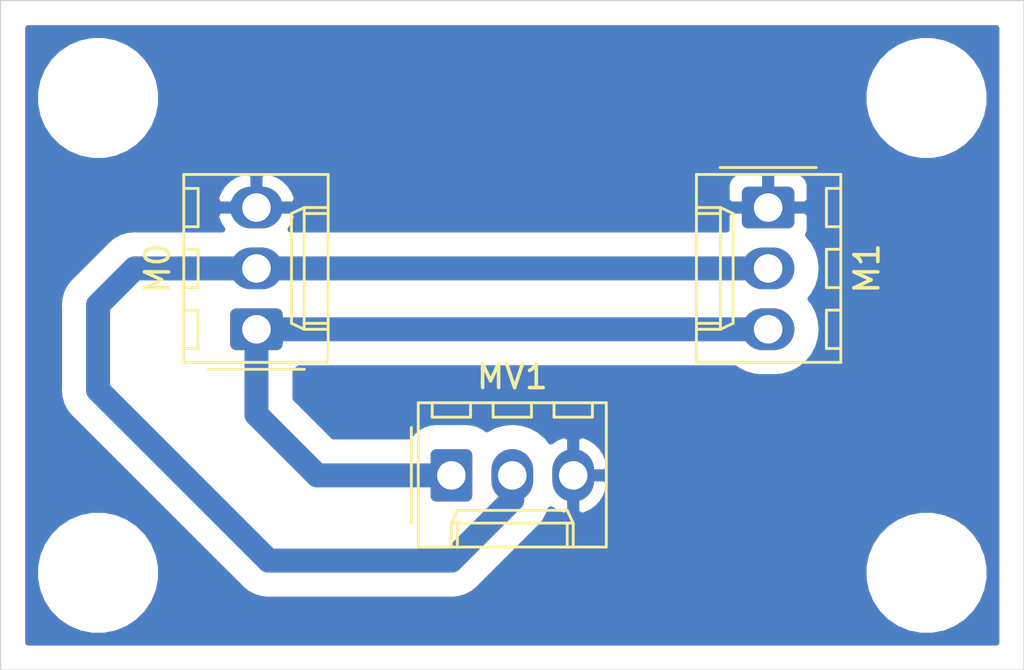
<source format=kicad_pcb>
(kicad_pcb (version 20171130) (host pcbnew "(5.1.7)-1")

  (general
    (thickness 1.6)
    (drawings 4)
    (tracks 12)
    (zones 0)
    (modules 7)
    (nets 4)
  )

  (page A4)
  (layers
    (0 F.Cu signal)
    (31 B.Cu signal)
    (32 B.Adhes user)
    (33 F.Adhes user)
    (34 B.Paste user)
    (35 F.Paste user)
    (36 B.SilkS user)
    (37 F.SilkS user)
    (38 B.Mask user)
    (39 F.Mask user)
    (40 Dwgs.User user)
    (41 Cmts.User user)
    (42 Eco1.User user)
    (43 Eco2.User user)
    (44 Edge.Cuts user)
    (45 Margin user)
    (46 B.CrtYd user)
    (47 F.CrtYd user)
    (48 B.Fab user)
    (49 F.Fab user)
  )

  (setup
    (last_trace_width 1)
    (trace_clearance 0.2)
    (zone_clearance 1)
    (zone_45_only no)
    (trace_min 0.2)
    (via_size 0.8)
    (via_drill 0.4)
    (via_min_size 0.4)
    (via_min_drill 0.3)
    (uvia_size 0.3)
    (uvia_drill 0.1)
    (uvias_allowed no)
    (uvia_min_size 0.2)
    (uvia_min_drill 0.1)
    (edge_width 0.05)
    (segment_width 0.2)
    (pcb_text_width 0.3)
    (pcb_text_size 1.5 1.5)
    (mod_edge_width 0.12)
    (mod_text_size 1 1)
    (mod_text_width 0.15)
    (pad_size 1.524 1.524)
    (pad_drill 0.762)
    (pad_to_mask_clearance 0)
    (aux_axis_origin 0 0)
    (visible_elements FFFFFF7F)
    (pcbplotparams
      (layerselection 0x010fc_ffffffff)
      (usegerberextensions false)
      (usegerberattributes true)
      (usegerberadvancedattributes true)
      (creategerberjobfile true)
      (excludeedgelayer true)
      (linewidth 0.100000)
      (plotframeref false)
      (viasonmask false)
      (mode 1)
      (useauxorigin false)
      (hpglpennumber 1)
      (hpglpenspeed 20)
      (hpglpendiameter 15.000000)
      (psnegative false)
      (psa4output false)
      (plotreference true)
      (plotvalue true)
      (plotinvisibletext false)
      (padsonsilk false)
      (subtractmaskfromsilk false)
      (outputformat 1)
      (mirror false)
      (drillshape 1)
      (scaleselection 1)
      (outputdirectory ""))
  )

  (net 0 "")
  (net 1 GND)
  (net 2 +5V)
  (net 3 MORTOV_PWM)

  (net_class Default "This is the default net class."
    (clearance 0.2)
    (trace_width 1)
    (via_dia 0.8)
    (via_drill 0.4)
    (uvia_dia 0.3)
    (uvia_drill 0.1)
    (add_net +5V)
    (add_net GND)
    (add_net MORTOV_PWM)
  )

  (module Connector_Molex:Molex_KK-254_AE-6410-03A_1x03_P2.54mm_Vertical (layer F.Cu) (tedit 5EA53D3B) (tstamp 5F82D0C4)
    (at 145.796 85.852)
    (descr "Molex KK-254 Interconnect System, old/engineering part number: AE-6410-03A example for new part number: 22-27-2031, 3 Pins (http://www.molex.com/pdm_docs/sd/022272021_sd.pdf), generated with kicad-footprint-generator")
    (tags "connector Molex KK-254 vertical")
    (path /5F920289)
    (fp_text reference MV1 (at 2.54 -4.12) (layer F.SilkS)
      (effects (font (size 1 1) (thickness 0.15)))
    )
    (fp_text value MOTORV (at 2.54 4.08) (layer F.Fab)
      (effects (font (size 1 1) (thickness 0.15)))
    )
    (fp_text user %R (at 2.54 -2.032) (layer F.Fab)
      (effects (font (size 1 1) (thickness 0.15)))
    )
    (fp_line (start -1.27 -2.92) (end -1.27 2.88) (layer F.Fab) (width 0.1))
    (fp_line (start -1.27 2.88) (end 6.35 2.88) (layer F.Fab) (width 0.1))
    (fp_line (start 6.35 2.88) (end 6.35 -2.92) (layer F.Fab) (width 0.1))
    (fp_line (start 6.35 -2.92) (end -1.27 -2.92) (layer F.Fab) (width 0.1))
    (fp_line (start -1.38 -3.03) (end -1.38 2.99) (layer F.SilkS) (width 0.12))
    (fp_line (start -1.38 2.99) (end 6.46 2.99) (layer F.SilkS) (width 0.12))
    (fp_line (start 6.46 2.99) (end 6.46 -3.03) (layer F.SilkS) (width 0.12))
    (fp_line (start 6.46 -3.03) (end -1.38 -3.03) (layer F.SilkS) (width 0.12))
    (fp_line (start -1.67 -2) (end -1.67 2) (layer F.SilkS) (width 0.12))
    (fp_line (start -1.27 -0.5) (end -0.562893 0) (layer F.Fab) (width 0.1))
    (fp_line (start -0.562893 0) (end -1.27 0.5) (layer F.Fab) (width 0.1))
    (fp_line (start 0 2.99) (end 0 1.99) (layer F.SilkS) (width 0.12))
    (fp_line (start 0 1.99) (end 5.08 1.99) (layer F.SilkS) (width 0.12))
    (fp_line (start 5.08 1.99) (end 5.08 2.99) (layer F.SilkS) (width 0.12))
    (fp_line (start 0 1.99) (end 0.25 1.46) (layer F.SilkS) (width 0.12))
    (fp_line (start 0.25 1.46) (end 4.83 1.46) (layer F.SilkS) (width 0.12))
    (fp_line (start 4.83 1.46) (end 5.08 1.99) (layer F.SilkS) (width 0.12))
    (fp_line (start 0.25 2.99) (end 0.25 1.99) (layer F.SilkS) (width 0.12))
    (fp_line (start 4.83 2.99) (end 4.83 1.99) (layer F.SilkS) (width 0.12))
    (fp_line (start -0.8 -3.03) (end -0.8 -2.43) (layer F.SilkS) (width 0.12))
    (fp_line (start -0.8 -2.43) (end 0.8 -2.43) (layer F.SilkS) (width 0.12))
    (fp_line (start 0.8 -2.43) (end 0.8 -3.03) (layer F.SilkS) (width 0.12))
    (fp_line (start 1.74 -3.03) (end 1.74 -2.43) (layer F.SilkS) (width 0.12))
    (fp_line (start 1.74 -2.43) (end 3.34 -2.43) (layer F.SilkS) (width 0.12))
    (fp_line (start 3.34 -2.43) (end 3.34 -3.03) (layer F.SilkS) (width 0.12))
    (fp_line (start 4.28 -3.03) (end 4.28 -2.43) (layer F.SilkS) (width 0.12))
    (fp_line (start 4.28 -2.43) (end 5.88 -2.43) (layer F.SilkS) (width 0.12))
    (fp_line (start 5.88 -2.43) (end 5.88 -3.03) (layer F.SilkS) (width 0.12))
    (fp_line (start -1.77 -3.42) (end -1.77 3.38) (layer F.CrtYd) (width 0.05))
    (fp_line (start -1.77 3.38) (end 6.85 3.38) (layer F.CrtYd) (width 0.05))
    (fp_line (start 6.85 3.38) (end 6.85 -3.42) (layer F.CrtYd) (width 0.05))
    (fp_line (start 6.85 -3.42) (end -1.77 -3.42) (layer F.CrtYd) (width 0.05))
    (pad 3 thru_hole oval (at 5.08 0) (size 1.74 2.19) (drill 1.19) (layers *.Cu *.Mask)
      (net 1 GND))
    (pad 2 thru_hole oval (at 2.54 0) (size 1.74 2.19) (drill 1.19) (layers *.Cu *.Mask)
      (net 2 +5V))
    (pad 1 thru_hole roundrect (at 0 0) (size 1.74 2.19) (drill 1.19) (layers *.Cu *.Mask) (roundrect_rratio 0.143678)
      (net 3 MORTOV_PWM))
    (model ${KISYS3DMOD}/Connector_Molex.3dshapes/Molex_KK-254_AE-6410-03A_1x03_P2.54mm_Vertical.wrl
      (at (xyz 0 0 0))
      (scale (xyz 1 1 1))
      (rotate (xyz 0 0 0))
    )
  )

  (module Connector_Molex:Molex_KK-254_AE-6410-03A_1x03_P2.54mm_Vertical (layer F.Cu) (tedit 5EA53D3B) (tstamp 5F82D09C)
    (at 159.004 74.676 270)
    (descr "Molex KK-254 Interconnect System, old/engineering part number: AE-6410-03A example for new part number: 22-27-2031, 3 Pins (http://www.molex.com/pdm_docs/sd/022272021_sd.pdf), generated with kicad-footprint-generator")
    (tags "connector Molex KK-254 vertical")
    (path /5F9217CD)
    (fp_text reference M1 (at 2.54 -4.12 90) (layer F.SilkS)
      (effects (font (size 1 1) (thickness 0.15)))
    )
    (fp_text value ServoMotor (at 2.54 4.08 90) (layer F.Fab)
      (effects (font (size 1 1) (thickness 0.15)))
    )
    (fp_text user %R (at 2.54 -2.22 90) (layer F.Fab)
      (effects (font (size 1 1) (thickness 0.15)))
    )
    (fp_line (start -1.27 -2.92) (end -1.27 2.88) (layer F.Fab) (width 0.1))
    (fp_line (start -1.27 2.88) (end 6.35 2.88) (layer F.Fab) (width 0.1))
    (fp_line (start 6.35 2.88) (end 6.35 -2.92) (layer F.Fab) (width 0.1))
    (fp_line (start 6.35 -2.92) (end -1.27 -2.92) (layer F.Fab) (width 0.1))
    (fp_line (start -1.38 -3.03) (end -1.38 2.99) (layer F.SilkS) (width 0.12))
    (fp_line (start -1.38 2.99) (end 6.46 2.99) (layer F.SilkS) (width 0.12))
    (fp_line (start 6.46 2.99) (end 6.46 -3.03) (layer F.SilkS) (width 0.12))
    (fp_line (start 6.46 -3.03) (end -1.38 -3.03) (layer F.SilkS) (width 0.12))
    (fp_line (start -1.67 -2) (end -1.67 2) (layer F.SilkS) (width 0.12))
    (fp_line (start -1.27 -0.5) (end -0.562893 0) (layer F.Fab) (width 0.1))
    (fp_line (start -0.562893 0) (end -1.27 0.5) (layer F.Fab) (width 0.1))
    (fp_line (start 0 2.99) (end 0 1.99) (layer F.SilkS) (width 0.12))
    (fp_line (start 0 1.99) (end 5.08 1.99) (layer F.SilkS) (width 0.12))
    (fp_line (start 5.08 1.99) (end 5.08 2.99) (layer F.SilkS) (width 0.12))
    (fp_line (start 0 1.99) (end 0.25 1.46) (layer F.SilkS) (width 0.12))
    (fp_line (start 0.25 1.46) (end 4.83 1.46) (layer F.SilkS) (width 0.12))
    (fp_line (start 4.83 1.46) (end 5.08 1.99) (layer F.SilkS) (width 0.12))
    (fp_line (start 0.25 2.99) (end 0.25 1.99) (layer F.SilkS) (width 0.12))
    (fp_line (start 4.83 2.99) (end 4.83 1.99) (layer F.SilkS) (width 0.12))
    (fp_line (start -0.8 -3.03) (end -0.8 -2.43) (layer F.SilkS) (width 0.12))
    (fp_line (start -0.8 -2.43) (end 0.8 -2.43) (layer F.SilkS) (width 0.12))
    (fp_line (start 0.8 -2.43) (end 0.8 -3.03) (layer F.SilkS) (width 0.12))
    (fp_line (start 1.74 -3.03) (end 1.74 -2.43) (layer F.SilkS) (width 0.12))
    (fp_line (start 1.74 -2.43) (end 3.34 -2.43) (layer F.SilkS) (width 0.12))
    (fp_line (start 3.34 -2.43) (end 3.34 -3.03) (layer F.SilkS) (width 0.12))
    (fp_line (start 4.28 -3.03) (end 4.28 -2.43) (layer F.SilkS) (width 0.12))
    (fp_line (start 4.28 -2.43) (end 5.88 -2.43) (layer F.SilkS) (width 0.12))
    (fp_line (start 5.88 -2.43) (end 5.88 -3.03) (layer F.SilkS) (width 0.12))
    (fp_line (start -1.77 -3.42) (end -1.77 3.38) (layer F.CrtYd) (width 0.05))
    (fp_line (start -1.77 3.38) (end 6.85 3.38) (layer F.CrtYd) (width 0.05))
    (fp_line (start 6.85 3.38) (end 6.85 -3.42) (layer F.CrtYd) (width 0.05))
    (fp_line (start 6.85 -3.42) (end -1.77 -3.42) (layer F.CrtYd) (width 0.05))
    (pad 3 thru_hole oval (at 5.08 0 270) (size 1.74 2.19) (drill 1.19) (layers *.Cu *.Mask)
      (net 3 MORTOV_PWM))
    (pad 2 thru_hole oval (at 2.54 0 270) (size 1.74 2.19) (drill 1.19) (layers *.Cu *.Mask)
      (net 2 +5V))
    (pad 1 thru_hole roundrect (at 0 0 270) (size 1.74 2.19) (drill 1.19) (layers *.Cu *.Mask) (roundrect_rratio 0.143678)
      (net 1 GND))
    (model ${KISYS3DMOD}/Connector_Molex.3dshapes/Molex_KK-254_AE-6410-03A_1x03_P2.54mm_Vertical.wrl
      (at (xyz 0 0 0))
      (scale (xyz 1 1 1))
      (rotate (xyz 0 0 0))
    )
  )

  (module Connector_Molex:Molex_KK-254_AE-6410-03A_1x03_P2.54mm_Vertical (layer F.Cu) (tedit 5EA53D3B) (tstamp 5F82D074)
    (at 137.668 79.756 90)
    (descr "Molex KK-254 Interconnect System, old/engineering part number: AE-6410-03A example for new part number: 22-27-2031, 3 Pins (http://www.molex.com/pdm_docs/sd/022272021_sd.pdf), generated with kicad-footprint-generator")
    (tags "connector Molex KK-254 vertical")
    (path /5F922612)
    (fp_text reference M0 (at 2.54 -4.12 90) (layer F.SilkS)
      (effects (font (size 1 1) (thickness 0.15)))
    )
    (fp_text value ServoMotor (at 2.54 4.08 90) (layer F.Fab)
      (effects (font (size 1 1) (thickness 0.15)))
    )
    (fp_text user %R (at 2.54 -2.22 90) (layer F.Fab)
      (effects (font (size 1 1) (thickness 0.15)))
    )
    (fp_line (start -1.27 -2.92) (end -1.27 2.88) (layer F.Fab) (width 0.1))
    (fp_line (start -1.27 2.88) (end 6.35 2.88) (layer F.Fab) (width 0.1))
    (fp_line (start 6.35 2.88) (end 6.35 -2.92) (layer F.Fab) (width 0.1))
    (fp_line (start 6.35 -2.92) (end -1.27 -2.92) (layer F.Fab) (width 0.1))
    (fp_line (start -1.38 -3.03) (end -1.38 2.99) (layer F.SilkS) (width 0.12))
    (fp_line (start -1.38 2.99) (end 6.46 2.99) (layer F.SilkS) (width 0.12))
    (fp_line (start 6.46 2.99) (end 6.46 -3.03) (layer F.SilkS) (width 0.12))
    (fp_line (start 6.46 -3.03) (end -1.38 -3.03) (layer F.SilkS) (width 0.12))
    (fp_line (start -1.67 -2) (end -1.67 2) (layer F.SilkS) (width 0.12))
    (fp_line (start -1.27 -0.5) (end -0.562893 0) (layer F.Fab) (width 0.1))
    (fp_line (start -0.562893 0) (end -1.27 0.5) (layer F.Fab) (width 0.1))
    (fp_line (start 0 2.99) (end 0 1.99) (layer F.SilkS) (width 0.12))
    (fp_line (start 0 1.99) (end 5.08 1.99) (layer F.SilkS) (width 0.12))
    (fp_line (start 5.08 1.99) (end 5.08 2.99) (layer F.SilkS) (width 0.12))
    (fp_line (start 0 1.99) (end 0.25 1.46) (layer F.SilkS) (width 0.12))
    (fp_line (start 0.25 1.46) (end 4.83 1.46) (layer F.SilkS) (width 0.12))
    (fp_line (start 4.83 1.46) (end 5.08 1.99) (layer F.SilkS) (width 0.12))
    (fp_line (start 0.25 2.99) (end 0.25 1.99) (layer F.SilkS) (width 0.12))
    (fp_line (start 4.83 2.99) (end 4.83 1.99) (layer F.SilkS) (width 0.12))
    (fp_line (start -0.8 -3.03) (end -0.8 -2.43) (layer F.SilkS) (width 0.12))
    (fp_line (start -0.8 -2.43) (end 0.8 -2.43) (layer F.SilkS) (width 0.12))
    (fp_line (start 0.8 -2.43) (end 0.8 -3.03) (layer F.SilkS) (width 0.12))
    (fp_line (start 1.74 -3.03) (end 1.74 -2.43) (layer F.SilkS) (width 0.12))
    (fp_line (start 1.74 -2.43) (end 3.34 -2.43) (layer F.SilkS) (width 0.12))
    (fp_line (start 3.34 -2.43) (end 3.34 -3.03) (layer F.SilkS) (width 0.12))
    (fp_line (start 4.28 -3.03) (end 4.28 -2.43) (layer F.SilkS) (width 0.12))
    (fp_line (start 4.28 -2.43) (end 5.88 -2.43) (layer F.SilkS) (width 0.12))
    (fp_line (start 5.88 -2.43) (end 5.88 -3.03) (layer F.SilkS) (width 0.12))
    (fp_line (start -1.77 -3.42) (end -1.77 3.38) (layer F.CrtYd) (width 0.05))
    (fp_line (start -1.77 3.38) (end 6.85 3.38) (layer F.CrtYd) (width 0.05))
    (fp_line (start 6.85 3.38) (end 6.85 -3.42) (layer F.CrtYd) (width 0.05))
    (fp_line (start 6.85 -3.42) (end -1.77 -3.42) (layer F.CrtYd) (width 0.05))
    (pad 3 thru_hole oval (at 5.08 0 90) (size 1.74 2.19) (drill 1.19) (layers *.Cu *.Mask)
      (net 1 GND))
    (pad 2 thru_hole oval (at 2.54 0 90) (size 1.74 2.19) (drill 1.19) (layers *.Cu *.Mask)
      (net 2 +5V))
    (pad 1 thru_hole roundrect (at 0 0 90) (size 1.74 2.19) (drill 1.19) (layers *.Cu *.Mask) (roundrect_rratio 0.143678)
      (net 3 MORTOV_PWM))
    (model ${KISYS3DMOD}/Connector_Molex.3dshapes/Molex_KK-254_AE-6410-03A_1x03_P2.54mm_Vertical.wrl
      (at (xyz 0 0 0))
      (scale (xyz 1 1 1))
      (rotate (xyz 0 0 0))
    )
  )

  (module MountingHole:MountingHole_3mm (layer F.Cu) (tedit 56D1B4CB) (tstamp 5F82D04C)
    (at 131.064 70.104)
    (descr "Mounting Hole 3mm, no annular")
    (tags "mounting hole 3mm no annular")
    (path /5F92556D)
    (attr virtual)
    (fp_text reference H4 (at 7.112 -7.112) (layer F.SilkS) hide
      (effects (font (size 1 1) (thickness 0.15)))
    )
    (fp_text value MountingHole (at 0 4) (layer F.Fab) hide
      (effects (font (size 1 1) (thickness 0.15)))
    )
    (fp_text user %R (at 0.3 0) (layer F.Fab)
      (effects (font (size 1 1) (thickness 0.15)))
    )
    (fp_circle (center 0 0) (end 3 0) (layer Cmts.User) (width 0.15))
    (fp_circle (center 0 0) (end 3.25 0) (layer F.CrtYd) (width 0.05))
    (pad 1 np_thru_hole circle (at 0 0) (size 3 3) (drill 3) (layers *.Cu *.Mask))
  )

  (module MountingHole:MountingHole_3mm (layer F.Cu) (tedit 56D1B4CB) (tstamp 5F82D044)
    (at 165.608 89.916)
    (descr "Mounting Hole 3mm, no annular")
    (tags "mounting hole 3mm no annular")
    (path /5F92532E)
    (attr virtual)
    (fp_text reference H3 (at 0 -4) (layer F.SilkS) hide
      (effects (font (size 1 1) (thickness 0.15)))
    )
    (fp_text value MountingHole (at 0 4) (layer F.Fab) hide
      (effects (font (size 1 1) (thickness 0.15)))
    )
    (fp_text user %R (at 0.3 0) (layer F.Fab)
      (effects (font (size 1 1) (thickness 0.15)))
    )
    (fp_circle (center 0 0) (end 3 0) (layer Cmts.User) (width 0.15))
    (fp_circle (center 0 0) (end 3.25 0) (layer F.CrtYd) (width 0.05))
    (pad 1 np_thru_hole circle (at 0 0) (size 3 3) (drill 3) (layers *.Cu *.Mask))
  )

  (module MountingHole:MountingHole_3mm (layer F.Cu) (tedit 56D1B4CB) (tstamp 5F82D03C)
    (at 165.608 70.104)
    (descr "Mounting Hole 3mm, no annular")
    (tags "mounting hole 3mm no annular")
    (path /5F9250C6)
    (attr virtual)
    (fp_text reference H2 (at 0 -4) (layer F.SilkS) hide
      (effects (font (size 1 1) (thickness 0.15)))
    )
    (fp_text value MountingHole (at 0 4) (layer F.Fab) hide
      (effects (font (size 1 1) (thickness 0.15)))
    )
    (fp_text user %R (at 0.3 0) (layer F.Fab)
      (effects (font (size 1 1) (thickness 0.15)))
    )
    (fp_circle (center 0 0) (end 3 0) (layer Cmts.User) (width 0.15))
    (fp_circle (center 0 0) (end 3.25 0) (layer F.CrtYd) (width 0.05))
    (pad 1 np_thru_hole circle (at 0 0) (size 3 3) (drill 3) (layers *.Cu *.Mask))
  )

  (module MountingHole:MountingHole_3mm (layer F.Cu) (tedit 56D1B4CB) (tstamp 5F82D034)
    (at 131.064 89.916)
    (descr "Mounting Hole 3mm, no annular")
    (tags "mounting hole 3mm no annular")
    (path /5F924D46)
    (attr virtual)
    (fp_text reference H1 (at 0 -4) (layer F.SilkS) hide
      (effects (font (size 1 1) (thickness 0.15)))
    )
    (fp_text value MountingHole (at 0 4) (layer F.Fab) hide
      (effects (font (size 1 1) (thickness 0.15)))
    )
    (fp_text user %R (at 0.3 0) (layer F.Fab)
      (effects (font (size 1 1) (thickness 0.15)))
    )
    (fp_circle (center 0 0) (end 3 0) (layer Cmts.User) (width 0.15))
    (fp_circle (center 0 0) (end 3.25 0) (layer F.CrtYd) (width 0.05))
    (pad 1 np_thru_hole circle (at 0 0) (size 3 3) (drill 3) (layers *.Cu *.Mask))
  )

  (gr_line (start 127 93.98) (end 127 66.04) (layer Edge.Cuts) (width 0.05) (tstamp 5F82D40D))
  (gr_line (start 169.672 93.98) (end 127 93.98) (layer Edge.Cuts) (width 0.05))
  (gr_line (start 169.672 66.04) (end 169.672 93.98) (layer Edge.Cuts) (width 0.05))
  (gr_line (start 127 66.04) (end 169.672 66.04) (layer Edge.Cuts) (width 0.05))

  (segment (start 138.176 89.408) (end 131.064 82.296) (width 1) (layer B.Cu) (net 2))
  (segment (start 131.064 82.296) (end 131.064 78.74) (width 1) (layer B.Cu) (net 2))
  (segment (start 132.588 77.216) (end 137.668 77.216) (width 1) (layer B.Cu) (net 2))
  (segment (start 131.064 78.74) (end 132.588 77.216) (width 1) (layer B.Cu) (net 2))
  (segment (start 137.668 77.216) (end 157.988 77.216) (width 1) (layer B.Cu) (net 2))
  (segment (start 148.336 85.852) (end 148.336 86.868) (width 1) (layer B.Cu) (net 2))
  (segment (start 145.796 89.408) (end 138.176 89.408) (width 1) (layer B.Cu) (net 2))
  (segment (start 148.336 86.868) (end 145.796 89.408) (width 1) (layer B.Cu) (net 2))
  (segment (start 145.796 85.852) (end 140.208 85.852) (width 1) (layer B.Cu) (net 3))
  (segment (start 137.668 83.312) (end 137.668 79.756) (width 1) (layer B.Cu) (net 3))
  (segment (start 140.208 85.852) (end 137.668 83.312) (width 1) (layer B.Cu) (net 3))
  (segment (start 137.668 79.756) (end 159.004 79.756) (width 1) (layer B.Cu) (net 3))

  (zone (net 1) (net_name GND) (layer B.Cu) (tstamp 0) (hatch edge 0.508)
    (connect_pads (clearance 1))
    (min_thickness 0.254)
    (fill yes (arc_segments 32) (thermal_gap 0.508) (thermal_bridge_width 0.508))
    (polygon
      (pts
        (xy 169.672 93.98) (xy 127 93.98) (xy 127 66.04) (xy 169.672 66.04)
      )
    )
    (filled_polygon
      (pts
        (xy 168.520001 92.828) (xy 128.152 92.828) (xy 128.152 89.657263) (xy 128.437 89.657263) (xy 128.437 90.174737)
        (xy 128.537954 90.682268) (xy 128.735983 91.160351) (xy 129.023476 91.590615) (xy 129.389385 91.956524) (xy 129.819649 92.244017)
        (xy 130.297732 92.442046) (xy 130.805263 92.543) (xy 131.322737 92.543) (xy 131.830268 92.442046) (xy 132.308351 92.244017)
        (xy 132.738615 91.956524) (xy 133.104524 91.590615) (xy 133.392017 91.160351) (xy 133.590046 90.682268) (xy 133.691 90.174737)
        (xy 133.691 89.657263) (xy 133.590046 89.149732) (xy 133.392017 88.671649) (xy 133.104524 88.241385) (xy 132.738615 87.875476)
        (xy 132.308351 87.587983) (xy 131.830268 87.389954) (xy 131.322737 87.289) (xy 130.805263 87.289) (xy 130.297732 87.389954)
        (xy 129.819649 87.587983) (xy 129.389385 87.875476) (xy 129.023476 88.241385) (xy 128.735983 88.671649) (xy 128.537954 89.149732)
        (xy 128.437 89.657263) (xy 128.152 89.657263) (xy 128.152 78.74) (xy 129.429129 78.74) (xy 129.437001 78.819924)
        (xy 129.437 82.216085) (xy 129.429129 82.296) (xy 129.437 82.375914) (xy 129.437 82.375924) (xy 129.460542 82.614947)
        (xy 129.553575 82.921637) (xy 129.704654 83.204285) (xy 129.907971 83.452029) (xy 129.970054 83.502979) (xy 136.969025 90.501951)
        (xy 137.019971 90.564029) (xy 137.082049 90.614975) (xy 137.082052 90.614978) (xy 137.164046 90.682268) (xy 137.267714 90.767346)
        (xy 137.550362 90.918425) (xy 137.857052 91.011458) (xy 138.096075 91.035) (xy 138.096083 91.035) (xy 138.176 91.042871)
        (xy 138.255917 91.035) (xy 145.716086 91.035) (xy 145.796 91.042871) (xy 145.875914 91.035) (xy 145.875925 91.035)
        (xy 146.114948 91.011458) (xy 146.421638 90.918425) (xy 146.704286 90.767346) (xy 146.952029 90.564029) (xy 147.00298 90.501945)
        (xy 147.847662 89.657263) (xy 162.981 89.657263) (xy 162.981 90.174737) (xy 163.081954 90.682268) (xy 163.279983 91.160351)
        (xy 163.567476 91.590615) (xy 163.933385 91.956524) (xy 164.363649 92.244017) (xy 164.841732 92.442046) (xy 165.349263 92.543)
        (xy 165.866737 92.543) (xy 166.374268 92.442046) (xy 166.852351 92.244017) (xy 167.282615 91.956524) (xy 167.648524 91.590615)
        (xy 167.936017 91.160351) (xy 168.134046 90.682268) (xy 168.235 90.174737) (xy 168.235 89.657263) (xy 168.134046 89.149732)
        (xy 167.936017 88.671649) (xy 167.648524 88.241385) (xy 167.282615 87.875476) (xy 166.852351 87.587983) (xy 166.374268 87.389954)
        (xy 165.866737 87.289) (xy 165.349263 87.289) (xy 164.841732 87.389954) (xy 164.363649 87.587983) (xy 163.933385 87.875476)
        (xy 163.567476 88.241385) (xy 163.279983 88.671649) (xy 163.081954 89.149732) (xy 162.981 89.657263) (xy 147.847662 89.657263)
        (xy 149.429945 88.07498) (xy 149.492029 88.024029) (xy 149.613943 87.875476) (xy 149.695346 87.776287) (xy 149.846424 87.49364)
        (xy 149.846425 87.493638) (xy 149.898978 87.320394) (xy 149.945053 87.264251) (xy 150.155191 87.406474) (xy 150.428409 87.521551)
        (xy 150.515969 87.538302) (xy 150.749 87.417246) (xy 150.749 85.979) (xy 151.003 85.979) (xy 151.003 87.417246)
        (xy 151.236031 87.538302) (xy 151.323591 87.521551) (xy 151.596809 87.406474) (xy 151.842326 87.240306) (xy 152.050708 87.029433)
        (xy 152.213947 86.781958) (xy 152.325769 86.507392) (xy 152.381877 86.216286) (xy 152.226376 85.979) (xy 151.003 85.979)
        (xy 150.749 85.979) (xy 150.729 85.979) (xy 150.729 85.725) (xy 150.749 85.725) (xy 150.749 84.286754)
        (xy 151.003 84.286754) (xy 151.003 85.725) (xy 152.226376 85.725) (xy 152.381877 85.487714) (xy 152.325769 85.196608)
        (xy 152.213947 84.922042) (xy 152.050708 84.674567) (xy 151.842326 84.463694) (xy 151.596809 84.297526) (xy 151.323591 84.182449)
        (xy 151.236031 84.165698) (xy 151.003 84.286754) (xy 150.749 84.286754) (xy 150.515969 84.165698) (xy 150.428409 84.182449)
        (xy 150.155191 84.297526) (xy 149.945053 84.439749) (xy 149.754924 84.208076) (xy 149.450842 83.958522) (xy 149.103915 83.773086)
        (xy 148.727479 83.658895) (xy 148.336 83.620338) (xy 147.94452 83.658895) (xy 147.568084 83.773086) (xy 147.273207 83.930701)
        (xy 147.18405 83.857532) (xy 146.945042 83.72978) (xy 146.685704 83.65111) (xy 146.416001 83.624547) (xy 145.175999 83.624547)
        (xy 144.906296 83.65111) (xy 144.646958 83.72978) (xy 144.40795 83.857532) (xy 144.198458 84.029458) (xy 144.03798 84.225)
        (xy 140.881925 84.225) (xy 139.295 82.638075) (xy 139.295 81.51402) (xy 139.454647 81.383) (xy 157.613617 81.383)
        (xy 157.664158 81.424478) (xy 158.011084 81.609914) (xy 158.38752 81.724105) (xy 158.680899 81.753) (xy 159.327101 81.753)
        (xy 159.62048 81.724105) (xy 159.996916 81.609914) (xy 160.343842 81.424478) (xy 160.647924 81.174924) (xy 160.897478 80.870842)
        (xy 161.082914 80.523916) (xy 161.197105 80.14748) (xy 161.235662 79.756) (xy 161.197105 79.36452) (xy 161.082914 78.988084)
        (xy 160.897478 78.641158) (xy 160.770143 78.486) (xy 160.897478 78.330842) (xy 161.082914 77.983916) (xy 161.197105 77.60748)
        (xy 161.235662 77.216) (xy 161.197105 76.82452) (xy 161.082914 76.448084) (xy 160.897478 76.101158) (xy 160.670265 75.824299)
        (xy 160.688502 75.79018) (xy 160.724812 75.670482) (xy 160.737072 75.546) (xy 160.734 74.96175) (xy 160.57525 74.803)
        (xy 159.131 74.803) (xy 159.131 74.823) (xy 158.877 74.823) (xy 158.877 74.803) (xy 157.43275 74.803)
        (xy 157.274 74.96175) (xy 157.270928 75.546) (xy 157.275163 75.589) (xy 139.092397 75.589) (xy 139.222474 75.396809)
        (xy 139.337551 75.123591) (xy 139.354302 75.036031) (xy 139.233246 74.803) (xy 137.795 74.803) (xy 137.795 74.823)
        (xy 137.541 74.823) (xy 137.541 74.803) (xy 136.102754 74.803) (xy 135.981698 75.036031) (xy 135.998449 75.123591)
        (xy 136.113526 75.396809) (xy 136.243603 75.589) (xy 132.667914 75.589) (xy 132.587999 75.581129) (xy 132.508085 75.589)
        (xy 132.508075 75.589) (xy 132.269052 75.612542) (xy 131.962362 75.705575) (xy 131.679714 75.856654) (xy 131.431971 76.059971)
        (xy 131.38102 76.122055) (xy 129.97005 77.533025) (xy 129.907972 77.583971) (xy 129.857026 77.646049) (xy 129.857022 77.646053)
        (xy 129.704654 77.831715) (xy 129.553576 78.114362) (xy 129.460543 78.421053) (xy 129.429129 78.74) (xy 128.152 78.74)
        (xy 128.152 74.315969) (xy 135.981698 74.315969) (xy 136.102754 74.549) (xy 137.541 74.549) (xy 137.541 73.325624)
        (xy 137.795 73.325624) (xy 137.795 74.549) (xy 139.233246 74.549) (xy 139.354302 74.315969) (xy 139.337551 74.228409)
        (xy 139.222474 73.955191) (xy 139.121501 73.806) (xy 157.270928 73.806) (xy 157.274 74.39025) (xy 157.43275 74.549)
        (xy 158.877 74.549) (xy 158.877 73.32975) (xy 159.131 73.32975) (xy 159.131 74.549) (xy 160.57525 74.549)
        (xy 160.734 74.39025) (xy 160.737072 73.806) (xy 160.724812 73.681518) (xy 160.688502 73.56182) (xy 160.629537 73.451506)
        (xy 160.550185 73.354815) (xy 160.453494 73.275463) (xy 160.34318 73.216498) (xy 160.223482 73.180188) (xy 160.099 73.167928)
        (xy 159.28975 73.171) (xy 159.131 73.32975) (xy 158.877 73.32975) (xy 158.71825 73.171) (xy 157.909 73.167928)
        (xy 157.784518 73.180188) (xy 157.66482 73.216498) (xy 157.554506 73.275463) (xy 157.457815 73.354815) (xy 157.378463 73.451506)
        (xy 157.319498 73.56182) (xy 157.283188 73.681518) (xy 157.270928 73.806) (xy 139.121501 73.806) (xy 139.056306 73.709674)
        (xy 138.845433 73.501292) (xy 138.597958 73.338053) (xy 138.323392 73.226231) (xy 138.032286 73.170123) (xy 137.795 73.325624)
        (xy 137.541 73.325624) (xy 137.303714 73.170123) (xy 137.012608 73.226231) (xy 136.738042 73.338053) (xy 136.490567 73.501292)
        (xy 136.279694 73.709674) (xy 136.113526 73.955191) (xy 135.998449 74.228409) (xy 135.981698 74.315969) (xy 128.152 74.315969)
        (xy 128.152 69.845263) (xy 128.437 69.845263) (xy 128.437 70.362737) (xy 128.537954 70.870268) (xy 128.735983 71.348351)
        (xy 129.023476 71.778615) (xy 129.389385 72.144524) (xy 129.819649 72.432017) (xy 130.297732 72.630046) (xy 130.805263 72.731)
        (xy 131.322737 72.731) (xy 131.830268 72.630046) (xy 132.308351 72.432017) (xy 132.738615 72.144524) (xy 133.104524 71.778615)
        (xy 133.392017 71.348351) (xy 133.590046 70.870268) (xy 133.691 70.362737) (xy 133.691 69.845263) (xy 162.981 69.845263)
        (xy 162.981 70.362737) (xy 163.081954 70.870268) (xy 163.279983 71.348351) (xy 163.567476 71.778615) (xy 163.933385 72.144524)
        (xy 164.363649 72.432017) (xy 164.841732 72.630046) (xy 165.349263 72.731) (xy 165.866737 72.731) (xy 166.374268 72.630046)
        (xy 166.852351 72.432017) (xy 167.282615 72.144524) (xy 167.648524 71.778615) (xy 167.936017 71.348351) (xy 168.134046 70.870268)
        (xy 168.235 70.362737) (xy 168.235 69.845263) (xy 168.134046 69.337732) (xy 167.936017 68.859649) (xy 167.648524 68.429385)
        (xy 167.282615 68.063476) (xy 166.852351 67.775983) (xy 166.374268 67.577954) (xy 165.866737 67.477) (xy 165.349263 67.477)
        (xy 164.841732 67.577954) (xy 164.363649 67.775983) (xy 163.933385 68.063476) (xy 163.567476 68.429385) (xy 163.279983 68.859649)
        (xy 163.081954 69.337732) (xy 162.981 69.845263) (xy 133.691 69.845263) (xy 133.590046 69.337732) (xy 133.392017 68.859649)
        (xy 133.104524 68.429385) (xy 132.738615 68.063476) (xy 132.308351 67.775983) (xy 131.830268 67.577954) (xy 131.322737 67.477)
        (xy 130.805263 67.477) (xy 130.297732 67.577954) (xy 129.819649 67.775983) (xy 129.389385 68.063476) (xy 129.023476 68.429385)
        (xy 128.735983 68.859649) (xy 128.537954 69.337732) (xy 128.437 69.845263) (xy 128.152 69.845263) (xy 128.152 67.192)
        (xy 168.52 67.192)
      )
    )
  )
)

</source>
